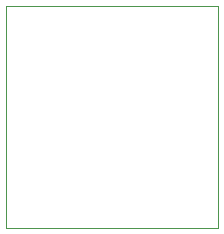
<source format=gko>
G04 Layer_Color=16711935*
%FSAX25Y25*%
%MOIN*%
G70*
G01*
G75*
%ADD29C,0.00394*%
D29*
X0518869Y0298302D02*
Y0372396D01*
Y0298302D02*
X0589597D01*
Y0372371D01*
Y0372396D01*
X0518869D02*
X0589597D01*
M02*

</source>
